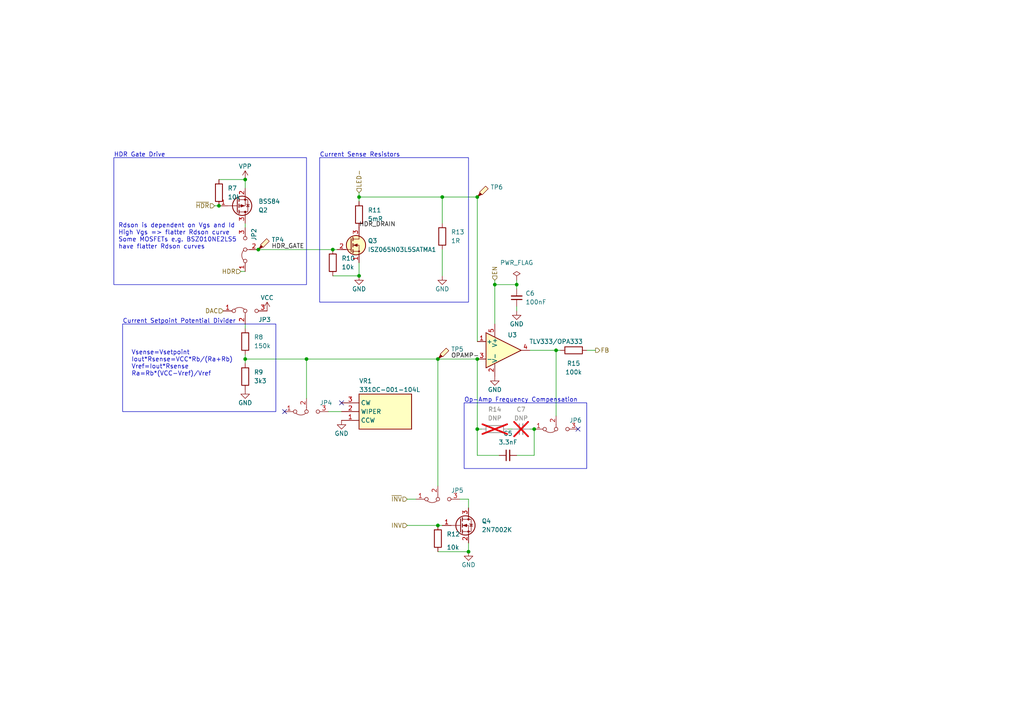
<source format=kicad_sch>
(kicad_sch (version 20231120) (generator "eeschema") (generator_version "8.0")
  (paper "A4")
  (title_block (title "Boost Driver Dev. Board") (rev "A") (company "Engineer Bo (https://www.youtube.com/@engineerbo)"))
  (lib_symbols
    (symbol "3310C-001-104L:3310C-001-104L"
      (property "Reference" "VR" (at 21.59 7.62 0))
      (property "Value" "3310C-001-104L" (at 21.59 5.08 0))
      (symbol "3310C-001-104L_1_1"
        (rectangle (start 5.08 2.54) (end 20.32 -7.62) (stroke (width 0.254)) (fill (type background)))
        (pin passive line (at 0 -5.08 0) (length 5.08) (name "CCW") (number "1"))
        (pin passive line (at 0 -2.54 0) (length 5.08) (name "WIPER") (number "2"))
        (pin passive line (at 0 0 0) (length 5.08) (name "CW") (number "3"))
      )
    )
    (symbol "Amplifier_Operational:OPA333xxDCK" (pin_names (offset 0.127))
      (property "Reference" "U" (at 0 5.08 0))
      (property "Value" "OPA333xxDCK" (at 0 -5.08 0))
      (symbol "OPA333xxDCK_0_1"
        (polyline (pts (xy -5.08 5.08) (xy 5.08 0) (xy -5.08 -5.08) (xy -5.08 5.08)) (stroke (width 0.254)) (fill (type background)))
        (pin power_in line (at -2.54 -7.62 90) (length 3.81) (name "V-") (number "2"))
        (pin power_in line (at -2.54 7.62 270) (length 3.81) (name "V+") (number "5"))
      )
      (symbol "OPA333xxDCK_1_1"
        (pin input line (at -7.62 2.54 0) (length 2.54) (name "+") (number "1"))
        (pin input line (at -7.62 -2.54 0) (length 2.54) (name "-") (number "3"))
        (pin output line (at 7.62 0 180) (length 2.54) (name "~") (number "4"))
      )
    )
    (symbol "Connector:TestPoint_Probe" (pin_numbers hide) (pin_names (offset 0.762) hide)
      (property "Reference" "TP" (at 1.651 5.842 0))
      (property "Value" "TestPoint_Probe" (at 1.651 4.064 0))
      (symbol "TestPoint_Probe_0_1"
        (polyline (pts (xy 1.27 0.762) (xy 0 0) (xy 0.762 1.27) (xy 1.27 0.762)) (fill (type outline)))
        (polyline (pts (xy 1.397 0.635) (xy 0.635 1.397) (xy 2.413 3.175) (xy 3.175 2.413) (xy 1.397 0.635)) (fill (type background)))
      )
      (symbol "TestPoint_Probe_1_1"
        (pin passive line (at 0 0 90) (length 0) (name "1") (number "1"))
      )
    )
    (symbol "Device:C_Small" (pin_numbers hide) (pin_names (offset 0.254) hide)
      (property "Reference" "C" (at 0.254 1.778 0))
      (property "Value" "C_Small" (at 0.254 -2.032 0))
      (symbol "C_Small_0_1"
        (polyline (pts (xy -1.524 -0.508) (xy 1.524 -0.508)) (stroke (width 0.3302)))
        (polyline (pts (xy -1.524 0.508) (xy 1.524 0.508)) (stroke (width 0.3048)))
      )
      (symbol "C_Small_1_1"
        (pin passive line (at 0 2.54 270) (length 2.032) (name "~") (number "1"))
        (pin passive line (at 0 -2.54 90) (length 2.032) (name "~") (number "2"))
      )
    )
    (symbol "Device:R" (pin_numbers hide) (pin_names (offset 0))
      (property "Reference" "R" (at 2.032 0 90))
      (property "Value" "R" (at 0 0 90))
      (symbol "R_0_1"
        (rectangle (start -1.016 -2.54) (end 1.016 2.54) (stroke (width 0.254)))
      )
      (symbol "R_1_1"
        (pin passive line (at 0 3.81 270) (length 1.27) (name "~") (number "1"))
        (pin passive line (at 0 -3.81 90) (length 1.27) (name "~") (number "2"))
      )
    )
    (symbol "Jumper:Jumper_3_Bridged12" (pin_names (offset 0) hide)
      (property "Reference" "JP" (at -2.54 -2.54 0))
      (property "Value" "Jumper_3_Bridged12" (at 0 2.794 0))
      (symbol "Jumper_3_Bridged12_0_0"
        (circle (center -3.302 0) (radius 0.508))
        (circle (center 0 0) (radius 0.508))
        (circle (center 3.302 0) (radius 0.508))
      )
      (symbol "Jumper_3_Bridged12_0_1"
        (arc (start -0.254 0.508) (mid -1.651 0.9912) (end -3.048 0.508))
        (polyline (pts (xy 0 -1.27) (xy 0 -0.508)))
      )
      (symbol "Jumper_3_Bridged12_1_1"
        (pin passive line (at -6.35 0 0) (length 2.54) (name "A") (number "1"))
        (pin passive line (at 0 -3.81 90) (length 2.54) (name "C") (number "2"))
        (pin passive line (at 6.35 0 180) (length 2.54) (name "B") (number "3"))
      )
    )
    (symbol "Transistor_FET:2N7002K" (pin_names hide)
      (property "Reference" "Q" (at 5.08 1.905 0))
      (property "Value" "2N7002K" (at 5.08 0 0))
      (symbol "2N7002K_0_1"
        (polyline (pts (xy 0.254 0) (xy -2.54 0)))
        (polyline (pts (xy 0.254 1.905) (xy 0.254 -1.905)) (stroke (width 0.254)))
        (polyline (pts (xy 0.762 -1.27) (xy 0.762 -2.286)) (stroke (width 0.254)))
        (polyline (pts (xy 0.762 0.508) (xy 0.762 -0.508)) (stroke (width 0.254)))
        (polyline (pts (xy 0.762 2.286) (xy 0.762 1.27)) (stroke (width 0.254)))
        (polyline (pts (xy 2.54 2.54) (xy 2.54 1.778)))
        (polyline (pts (xy 2.54 -2.54) (xy 2.54 0) (xy 0.762 0)))
        (polyline (pts (xy 0.762 -1.778) (xy 3.302 -1.778) (xy 3.302 1.778) (xy 0.762 1.778)))
        (polyline (pts (xy 1.016 0) (xy 2.032 0.381) (xy 2.032 -0.381) (xy 1.016 0)) (fill (type outline)))
        (polyline (pts (xy 2.794 0.508) (xy 2.921 0.381) (xy 3.683 0.381) (xy 3.81 0.254)))
        (polyline (pts (xy 3.302 0.381) (xy 2.921 -0.254) (xy 3.683 -0.254) (xy 3.302 0.381)))
        (circle (center 1.651 0) (radius 2.794) (stroke (width 0.254)))
        (circle (center 2.54 -1.778) (radius 0.254) (fill (type outline)))
        (circle (center 2.54 1.778) (radius 0.254) (fill (type outline)))
      )
      (symbol "2N7002K_1_1"
        (pin input line (at -5.08 0 0) (length 2.54) (name "G") (number "1"))
        (pin passive line (at 2.54 -5.08 90) (length 2.54) (name "S") (number "2"))
        (pin passive line (at 2.54 5.08 270) (length 2.54) (name "D") (number "3"))
      )
    )
    (symbol "Transistor_FET:BSS84" (pin_names hide)
      (property "Reference" "Q" (at 5.08 1.905 0))
      (property "Value" "BSS84" (at 5.08 0 0))
      (symbol "BSS84_0_1"
        (polyline (pts (xy 0.254 0) (xy -2.54 0)))
        (polyline (pts (xy 0.254 1.905) (xy 0.254 -1.905)) (stroke (width 0.254)))
        (polyline (pts (xy 0.762 -1.27) (xy 0.762 -2.286)) (stroke (width 0.254)))
        (polyline (pts (xy 0.762 0.508) (xy 0.762 -0.508)) (stroke (width 0.254)))
        (polyline (pts (xy 0.762 2.286) (xy 0.762 1.27)) (stroke (width 0.254)))
        (polyline (pts (xy 2.54 2.54) (xy 2.54 1.778)))
        (polyline (pts (xy 2.54 -2.54) (xy 2.54 0) (xy 0.762 0)))
        (polyline (pts (xy 0.762 1.778) (xy 3.302 1.778) (xy 3.302 -1.778) (xy 0.762 -1.778)))
        (polyline (pts (xy 2.286 0) (xy 1.27 0.381) (xy 1.27 -0.381) (xy 2.286 0)) (fill (type outline)))
        (polyline (pts (xy 2.794 -0.508) (xy 2.921 -0.381) (xy 3.683 -0.381) (xy 3.81 -0.254)))
        (polyline (pts (xy 3.302 -0.381) (xy 2.921 0.254) (xy 3.683 0.254) (xy 3.302 -0.381)))
        (circle (center 1.651 0) (radius 2.794) (stroke (width 0.254)))
        (circle (center 2.54 -1.778) (radius 0.254) (fill (type outline)))
        (circle (center 2.54 1.778) (radius 0.254) (fill (type outline)))
      )
      (symbol "BSS84_1_1"
        (pin input line (at -5.08 0 0) (length 2.54) (name "G") (number "1"))
        (pin passive line (at 2.54 -5.08 90) (length 2.54) (name "S") (number "2"))
        (pin passive line (at 2.54 5.08 270) (length 2.54) (name "D") (number "3"))
      )
    )
    (symbol "Transistor_MOSFET_AKL:BSZ014NE2LS5IF" (pin_names hide)
      (property "Reference" "Q" (at 5.08 1.27 0))
      (property "Value" "BSZ014NE2LS5IF" (at 5.08 -1.27 0))
      (symbol "BSZ014NE2LS5IF_0_1"
        (polyline (pts (xy 0.254 -1.27) (xy -2.54 -1.27)))
        (polyline (pts (xy 0.254 1.905) (xy 0.254 -1.905)) (stroke (width 0.254)))
        (polyline (pts (xy 0.762 -1.778) (xy 2.54 -1.778)))
        (polyline (pts (xy 0.762 -1.27) (xy 0.762 -2.286)) (stroke (width 0.254)))
        (polyline (pts (xy 0.762 0.508) (xy 0.762 -0.508)) (stroke (width 0.254)))
        (polyline (pts (xy 0.762 2.286) (xy 0.762 1.27)) (stroke (width 0.254)))
        (polyline (pts (xy 2.54 1.778) (xy 0.762 1.778)))
        (polyline (pts (xy 2.54 2.54) (xy 2.54 1.778)))
        (polyline (pts (xy 2.54 -2.54) (xy 2.54 0) (xy 0.762 0)))
        (polyline (pts (xy 1.016 0) (xy 2.032 0.381) (xy 2.032 -0.381) (xy 1.016 0)) (fill (type outline)))
        (circle (center 1.651 0) (radius 2.794) (stroke (width 0.254)) (fill (type background)))
        (circle (center 2.54 -1.778) (radius 0.1778) (fill (type outline)))
      )
      (symbol "BSZ014NE2LS5IF_1_1"
        (pin passive line (at 2.54 -5.08 90) (length 2.54) (name "S") (number "1"))
        (pin input line (at -3.81 -1.27 0) (length 2.54) (name "G") (number "2"))
        (pin passive line (at 2.54 5.08 270) (length 2.54) (name "D") (number "3"))
      )
    )
    (symbol "power:GND" (power) (pin_names (offset 0))
      (property "Value" "GND" (at 0 -3.81 0))
      (symbol "GND_0_1"
        (polyline (pts (xy 0 0) (xy 0 -1.27) (xy 1.27 -1.27) (xy 0 -2.54) (xy -1.27 -1.27) (xy 0 -1.27)))
      )
      (symbol "GND_1_1"
        (pin power_in line (at 0 0 270) (length 0) hide (name "GND") (number "1"))
      )
    )
    (symbol "power:PWR_FLAG" (power) (pin_numbers hide) (pin_names (offset 0) hide)
      (property "Value" "PWR_FLAG" (at 0 3.81 0))
      (symbol "PWR_FLAG_0_0"
        (pin power_out line (at 0 0 90) (length 0) (name "pwr") (number "1"))
      )
      (symbol "PWR_FLAG_0_1"
        (polyline (pts (xy 0 0) (xy 0 1.27) (xy -1.016 1.905) (xy 0 2.54) (xy 1.016 1.905) (xy 0 1.27)))
      )
    )
    (symbol "power:VCC" (power) (pin_names (offset 0))
      (property "Value" "VCC" (at 0 3.81 0))
      (symbol "VCC_0_1"
        (polyline (pts (xy -0.762 1.27) (xy 0 2.54)))
        (polyline (pts (xy 0 0) (xy 0 2.54)))
        (polyline (pts (xy 0 2.54) (xy 0.762 1.27)))
      )
      (symbol "VCC_1_1"
        (pin power_in line (at 0 0 90) (length 0) hide (name "VCC") (number "1"))
      )
    )
    (symbol "power:VPP" (power) (pin_names (offset 0))
      (property "Value" "VPP" (at 0 3.81 0))
      (symbol "VPP_0_1"
        (polyline (pts (xy -0.762 1.27) (xy 0 2.54)))
        (polyline (pts (xy 0 0) (xy 0 2.54)))
        (polyline (pts (xy 0 2.54) (xy 0.762 1.27)))
      )
      (symbol "VPP_1_1"
        (pin power_in line (at 0 0 90) (length 0) hide (name "VPP") (number "1"))
      )
    )
  )
  (junction (at 63.5 59.69))
  (junction (at 88.9 104.14))
  (junction (at 135.89 160.02))
  (junction (at 143.51 82.55))
  (junction (at 138.43 124.46))
  (junction (at 149.86 82.55))
  (junction (at 96.52 72.39))
  (junction (at 104.14 80.01))
  (junction (at 127 152.4))
  (junction (at 161.29 101.6))
  (junction (at 74.93 72.39))
  (junction (at 138.43 104.14))
  (junction (at 128.27 57.15))
  (junction (at 71.12 104.14))
  (junction (at 138.43 57.15))
  (junction (at 104.14 57.15))
  (junction (at 154.94 124.46))
  (junction (at 71.12 52.07))
  (junction (at 127 104.14))
  (no_connect (at 167.64 124.46))
  (no_connect (at 82.55 119.38))
  (no_connect (at 99.06 116.84))
  (wire (pts (xy 138.43 104.14) (xy 138.43 124.46)))
  (wire (pts (xy 154.94 132.08) (xy 149.86 132.08)))
  (wire (pts (xy 69.85 78.74) (xy 71.12 78.74)))
  (wire (pts (xy 118.11 152.4) (xy 127 152.4)))
  (wire (pts (xy 149.86 83.82) (xy 149.86 82.55)))
  (wire (pts (xy 153.67 124.46) (xy 154.94 124.46)))
  (wire (pts (xy 128.27 57.15) (xy 104.14 57.15)))
  (wire (pts (xy 71.12 104.14) (xy 71.12 105.41)))
  (wire (pts (xy 154.94 124.46) (xy 154.94 132.08)))
  (wire (pts (xy 74.93 72.39) (xy 96.52 72.39)))
  (wire (pts (xy 62.23 59.69) (xy 63.5 59.69)))
  (wire (pts (xy 135.89 157.48) (xy 135.89 160.02)))
  (wire (pts (xy 104.14 80.01) (xy 104.14 76.2)))
  (wire (pts (xy 149.86 90.17) (xy 149.86 88.9)))
  (wire (pts (xy 143.51 81.28) (xy 143.51 82.55)))
  (wire (pts (xy 149.86 82.55) (xy 149.86 81.28)))
  (wire (pts (xy 153.67 101.6) (xy 161.29 101.6)))
  (wire (pts (xy 96.52 80.01) (xy 104.14 80.01)))
  (wire (pts (xy 138.43 132.08) (xy 144.78 132.08)))
  (wire (pts (xy 170.18 101.6) (xy 172.72 101.6)))
  (wire (pts (xy 138.43 124.46) (xy 138.43 132.08)))
  (wire (pts (xy 88.9 104.14) (xy 88.9 115.57)))
  (wire (pts (xy 96.52 72.39) (xy 97.79 72.39)))
  (wire (pts (xy 71.12 104.14) (xy 88.9 104.14)))
  (wire (pts (xy 118.11 144.78) (xy 120.65 144.78)))
  (wire (pts (xy 71.12 52.07) (xy 63.5 52.07)))
  (wire (pts (xy 135.89 144.78) (xy 135.89 147.32)))
  (wire (pts (xy 147.32 124.46) (xy 148.59 124.46)))
  (wire (pts (xy 95.25 119.38) (xy 99.06 119.38)))
  (wire (pts (xy 127 104.14) (xy 127 140.97)))
  (wire (pts (xy 128.27 57.15) (xy 128.27 64.77)))
  (wire (pts (xy 161.29 101.6) (xy 162.56 101.6)))
  (wire (pts (xy 71.12 93.98) (xy 71.12 95.25)))
  (wire (pts (xy 138.43 99.06) (xy 138.43 57.15)))
  (wire (pts (xy 71.12 102.87) (xy 71.12 104.14)))
  (wire (pts (xy 143.51 82.55) (xy 149.86 82.55)))
  (wire (pts (xy 127 152.4) (xy 128.27 152.4)))
  (wire (pts (xy 127 160.02) (xy 135.89 160.02)))
  (wire (pts (xy 128.27 80.01) (xy 128.27 72.39)))
  (wire (pts (xy 71.12 54.61) (xy 71.12 52.07)))
  (wire (pts (xy 133.35 144.78) (xy 135.89 144.78)))
  (wire (pts (xy 104.14 57.15) (xy 104.14 58.42)))
  (wire (pts (xy 127 104.14) (xy 138.43 104.14)))
  (wire (pts (xy 139.7 124.46) (xy 138.43 124.46)))
  (wire (pts (xy 127 104.14) (xy 88.9 104.14)))
  (wire (pts (xy 138.43 57.15) (xy 128.27 57.15)))
  (wire (pts (xy 161.29 101.6) (xy 161.29 120.65)))
  (wire (pts (xy 71.12 66.04) (xy 71.12 64.77)))
  (wire (pts (xy 143.51 82.55) (xy 143.51 93.98)))
  (wire (pts (xy 104.14 55.88) (xy 104.14 57.15)))
  (rectangle (start 33.02 45.72) (end 88.9 82.55))
  (rectangle (start 35.56 93.98) (end 80.01 119.38))
  (rectangle (start 134.62 116.84) (end 170.18 135.89))
  (rectangle (start 92.71 45.72) (end 135.89 87.63))
  (text "Current Setpoint Potential Divider" (at 35.56 93.98 0) (effects (font (size 1.27 1.27)) (justify left bottom)))
  (text "HDR Gate Drive" (at 33.02 45.72 0) (effects (font (size 1.27 1.27)) (justify left bottom)))
  (text "Vsense=Vsetpoint\nIout*Rsense=VCC*Rb/(Ra+Rb)\nVref=Iout*Rsense\nRa=Rb*(VCC-Vref)/Vref" (at 38.1 109.22 0) (effects (font (size 1.27 1.27)) (justify left bottom)))
  (text "Rdson is dependent on Vgs and Id\nHigh Vgs => flatter Rdson curve\nSome MOSFETs e.g. BSZ010NE2LS5 \nhave flatter Rdson curves" (at 34.29 72.39 0) (effects (font (size 1.27 1.27)) (justify left bottom)))
  (text "Op-Amp Frequency Compensation" (at 134.62 116.84 0) (effects (font (size 1.27 1.27)) (justify left bottom)))
  (text "Current Sense Resistors" (at 92.71 45.72 0) (effects (font (size 1.27 1.27)) (justify left bottom)))
  (label "HDR_DRAIN" (at 104.14 66.04 0))
  (label "OPAMP-" (at 130.81 104.14 0))
  (label "HDR_GATE" (at 78.74 72.39 0))
  (hierarchical_label "~{INV}" (shape input) (at 118.11 144.78 180))
  (hierarchical_label "FB" (shape output) (at 172.72 101.6 0))
  (hierarchical_label "LED-" (shape input) (at 104.14 55.88 90))
  (hierarchical_label "~{HDR}" (shape input) (at 62.23 59.69 180))
  (hierarchical_label "INV" (shape input) (at 118.11 152.4 180))
  (hierarchical_label "EN" (shape input) (at 143.51 81.28 90))
  (hierarchical_label "HDR" (shape input) (at 69.85 78.74 180))
  (hierarchical_label "DAC" (shape input) (at 64.77 90.17 180))
  (symbol (lib_id "power:GND") (at 149.86 90.17 0) (unit 1)
    (property "Reference" "#PWR031" (effects (hide yes)))
    (property "Value" "GND" (at 149.86 93.98 0))
  )
  (symbol (lib_id "Device:R") (at 63.5 55.88 0) (unit 1)
    (property "Reference" "R7" (at 66.04 54.61 0) (effects (justify left)))
    (property "Value" "10k" (at 66.04 57.15 0) (effects (justify left)))
    (property "Footprint" "Resistor_SMD:R_0402_1005Metric" (effects (hide yes)))
    (property "Tolerance" "1%" (effects (hide yes)))
  )
  (symbol (lib_id "Device:R") (at 143.51 124.46 90) (unit 1) (dnp yes)
    (property "Reference" "R14" (at 143.51 118.745 90))
    (property "Value" "DNP" (at 143.51 121.285 90))
    (property "Footprint" "Resistor_SMD:R_0402_1005Metric" (effects (hide yes)))
    (property "Tolerance" "1%" (effects (hide yes)))
  )
  (symbol (lib_id "power:GND") (at 128.27 80.01 0) (unit 1)
    (property "Reference" "#PWR028" (effects (hide yes)))
    (property "Value" "GND" (at 128.27 83.82 0))
  )
  (symbol (lib_id "Device:C_Small") (at 147.32 132.08 90) (unit 1)
    (property "Reference" "C5" (at 147.32 125.73 90))
    (property "Value" "3.3nF" (at 147.3263 128.27 90))
    (property "Footprint" "Capacitor_SMD:C_0402_1005Metric" (effects (hide yes)))
    (property "Tolerance" "C0G" (effects (hide yes)))
  )
  (symbol (lib_id "power:GND") (at 71.12 113.03 0) (unit 1)
    (property "Reference" "#PWR024" (effects (hide yes)))
    (property "Value" "GND" (at 71.12 116.84 0))
  )
  (symbol (lib_id "power:PWR_FLAG") (at 149.86 81.28 0) (unit 1)
    (property "Reference" "#FLG03" (effects (hide yes)))
    (property "Value" "PWR_FLAG" (at 149.86 76.2 0))
  )
  (symbol (lib_id "Jumper:Jumper_3_Bridged12") (at 71.12 90.17 0) (unit 1)
    (property "Reference" "JP3" (at 74.93 92.71 0) (effects (justify left)))
    (property "Value" "Jumper_3_Bridged12" (effects (hide yes)))
    (property "Footprint" "Connector_PinHeader_2.54mm:PinHeader_1x03_P2.54mm_Vertical" (effects (hide yes)))
  )
  (symbol (lib_id "Jumper:Jumper_3_Bridged12") (at 161.29 124.46 0) (mirror x) (unit 1)
    (property "Reference" "JP6" (at 165.1 121.92 0) (effects (justify left)))
    (property "Value" "Jumper_3_Bridged12" (effects (hide yes)))
    (property "Footprint" "Connector_PinHeader_2.54mm:PinHeader_1x03_P2.54mm_Vertical" (effects (hide yes)))
  )
  (symbol (lib_id "Device:R") (at 71.12 99.06 0) (unit 1)
    (property "Reference" "R8" (at 73.66 97.7899 0) (effects (justify left)))
    (property "Value" "150k" (at 73.66 100.3299 0) (effects (justify left)))
    (property "Footprint" "Resistor_SMD:R_0402_1005Metric" (effects (hide yes)))
    (property "Tolerance" "1%" (effects (hide yes)))
  )
  (symbol (lib_id "power:VCC") (at 77.47 90.17 0) (unit 1)
    (property "Reference" "#PWR025" (effects (hide yes)))
    (property "Value" "VCC" (at 77.47 86.36 0))
  )
  (symbol (lib_id "power:GND") (at 99.06 121.92 0) (unit 1)
    (property "Reference" "#PWR026" (effects (hide yes)))
    (property "Value" "GND" (at 99.06 125.73 0))
  )
  (symbol (lib_id "Device:R") (at 166.37 101.6 90) (unit 1)
    (property "Reference" "R15" (at 166.37 105.41 90))
    (property "Value" "100k" (at 166.37 107.95 90))
    (property "Footprint" "Resistor_SMD:R_0402_1005Metric" (effects (hide yes)))
    (property "Tolerance" "1%" (effects (hide yes)))
  )
  (symbol (lib_id "power:GND") (at 143.51 109.22 0) (unit 1)
    (property "Reference" "#PWR030" (effects (hide yes)))
    (property "Value" "GND" (at 143.51 113.03 0))
  )
  (symbol (lib_id "Device:C_Small") (at 149.86 86.36 180) (unit 1)
    (property "Reference" "C6" (at 152.4 85.0836 0) (effects (justify right)))
    (property "Value" "100nF" (at 152.4 87.6236 0) (effects (justify right)))
    (property "Footprint" "Capacitor_SMD:C_0402_1005Metric" (effects (hide yes)))
  )
  (symbol (lib_id "Jumper:Jumper_3_Bridged12") (at 127 144.78 0) (mirror x) (unit 1)
    (property "Reference" "JP5" (at 130.81 142.24 0) (effects (justify left)))
    (property "Value" "Jumper_3_Bridged12" (effects (hide yes)))
    (property "Footprint" "Connector_PinHeader_2.54mm:PinHeader_1x03_P2.54mm_Vertical" (effects (hide yes)))
  )
  (symbol (lib_id "power:GND") (at 135.89 160.02 0) (unit 1)
    (property "Reference" "#PWR029" (effects (hide yes)))
    (property "Value" "GND" (at 135.89 163.83 0))
  )
  (symbol (lib_id "Connector:TestPoint_Probe") (at 127 104.14 0) (unit 1)
    (property "Reference" "TP5" (at 130.81 101.2825 0) (effects (justify left)))
    (property "Value" "TestPoint_Probe" (effects (hide yes)))
    (property "Footprint" "TestPoint:TestPoint_Keystone_5000-5004_Miniature" (effects (hide yes)))
    (property "Manufacturer" "ronghe" (effects (hide yes)))
    (property "PartNumber" "RH-5000" (effects (hide yes)))
  )
  (symbol (lib_id "power:GND") (at 104.14 80.01 0) (unit 1)
    (property "Reference" "#PWR027" (effects (hide yes)))
    (property "Value" "GND" (at 104.14 83.82 0))
  )
  (symbol (lib_id "Device:R") (at 104.14 62.23 180) (unit 1)
    (property "Reference" "R11" (at 106.68 60.96 0) (effects (justify right)))
    (property "Value" "5mR" (at 106.68 63.5 0) (effects (justify right)))
    (property "Footprint" "Resistor_SMD:R_0805_2012Metric" (effects (hide yes)))
    (property "Tolerance" "1%" (effects (hide yes)))
  )
  (symbol (lib_id "Transistor_FET:2N7002K") (at 133.35 152.4 0) (unit 1)
    (property "Reference" "Q4" (at 139.7 151.13 0) (effects (justify left)))
    (property "Value" "2N7002K" (at 139.7 153.67 0) (effects (justify left)))
    (property "Footprint" "Package_TO_SOT_SMD:SOT-23" (effects (hide yes)))
    (property "Datasheet" "https://www.diodes.com/assets/Datasheets/ds30896.pdf" (effects (hide yes)))
  )
  (symbol (lib_id "Connector:TestPoint_Probe") (at 74.93 72.39 0) (unit 1)
    (property "Reference" "TP4" (at 78.74 69.5325 0) (effects (justify left)))
    (property "Value" "TestPoint_Probe" (effects (hide yes)))
    (property "Footprint" "TestPoint:TestPoint_Keystone_5000-5004_Miniature" (effects (hide yes)))
    (property "Manufacturer" "ronghe" (effects (hide yes)))
    (property "PartNumber" "RH-5000" (effects (hide yes)))
  )
  (symbol (lib_id "Device:R") (at 71.12 109.22 0) (unit 1)
    (property "Reference" "R9" (at 73.66 107.9499 0) (effects (justify left)))
    (property "Value" "3k3" (at 73.66 110.4899 0) (effects (justify left)))
    (property "Footprint" "Resistor_SMD:R_0402_1005Metric" (effects (hide yes)))
    (property "Tolerance" "1%" (effects (hide yes)))
  )
  (symbol (lib_id "3310C-001-104L:3310C-001-104L") (at 99.06 116.84 0) (unit 1)
    (property "Reference" "VR1" (at 104.14 110.49 0) (effects (justify left)))
    (property "Value" "3310C-001-104L" (at 104.14 113.03 0) (effects (justify left)))
    (property "Footprint" "footprints:3310C001503L" (effects (hide yes)))
    (property "Datasheet" "https://www.bourns.com/docs/Product-Datasheets/3310.pdf" (effects (hide yes)))
    (property "Height" "9.78" (effects (hide yes)))
    (property "Mouser Part Number" "652-3310C-001-104L" (effects (hide yes)))
    (property "Mouser Price/Stock" "https://www.mouser.co.uk/ProductDetail/Bourns/3310C-001-104L?qs=eMs2xm4pPCJrHyOtMityzg%3D%3D" (effects (hide yes)))
    (property "Manufacturer_Name" "Bourns" (effects (hide yes)))
    (property "Manufacturer_Part_Number" "3310C-001-104L" (effects (hide yes)))
    (property "Manufacturer" "Bourns" (effects (hide yes)))
    (property "PartNumber" "3310C-001-104L" (effects (hide yes)))
  )
  (symbol (lib_id "Connector:TestPoint_Probe") (at 138.43 57.15 0) (unit 1)
    (property "Reference" "TP6" (at 142.24 54.2925 0) (effects (justify left)))
    (property "Value" "TestPoint_Probe" (effects (hide yes)))
    (property "Footprint" "TestPoint:TestPoint_Keystone_5000-5004_Miniature" (effects (hide yes)))
    (property "Manufacturer" "ronghe" (effects (hide yes)))
    (property "PartNumber" "RH-5000" (effects (hide yes)))
  )
  (symbol (lib_id "Device:R") (at 96.52 76.2 0) (unit 1)
    (property "Reference" "R10" (at 99.06 74.93 0) (effects (justify left)))
    (property "Value" "10k" (at 99.06 77.47 0) (effects (justify left)))
    (property "Footprint" "Resistor_SMD:R_0402_1005Metric" (effects (hide yes)))
    (property "Tolerance" "1%" (effects (hide yes)))
  )
  (symbol (lib_id "Transistor_MOSFET_AKL:BSZ014NE2LS5IF") (at 101.6 71.12 0) (unit 1)
    (property "Reference" "Q3" (at 106.68 69.85 0) (effects (justify left)))
    (property "Value" "ISZ065N03L5SATMA1" (at 106.68 72.39 0) (effects (justify left)))
    (property "Footprint" "Package_SON_AKL:Infineon_PG_TSDSON-8_FL" (effects (hide yes)))
    (property "Manufacturer" "Infineon" (effects (hide yes)))
    (property "PartNumber" "ISZ065N03L5SATMA1" (effects (hide yes)))
  )
  (symbol (lib_id "Transistor_FET:BSS84") (at 68.58 59.69 0) (mirror x) (unit 1)
    (property "Reference" "Q2" (at 74.93 60.96 0) (effects (justify left)))
    (property "Value" "BSS84" (at 74.93 58.42 0) (effects (justify left)))
    (property "Footprint" "Package_TO_SOT_SMD:SOT-23" (effects (hide yes)))
    (property "Datasheet" "http://assets.nexperia.com/documents/data-sheet/BSS84.pdf" (effects (hide yes)))
  )
  (symbol (lib_id "Device:R") (at 128.27 68.58 180) (unit 1)
    (property "Reference" "R13" (at 130.81 67.31 0) (effects (justify right)))
    (property "Value" "1R" (at 130.81 69.85 0) (effects (justify right)))
    (property "Footprint" "Resistor_SMD:R_0805_2012Metric" (effects (hide yes)))
    (property "Tolerance" "1%" (effects (hide yes)))
  )
  (symbol (lib_id "Jumper:Jumper_3_Bridged12") (at 88.9 119.38 0) (mirror x) (unit 1)
    (property "Reference" "JP4" (at 92.71 116.84 0) (effects (justify left)))
    (property "Value" "Jumper_3_Bridged12" (effects (hide yes)))
    (property "Footprint" "Connector_PinHeader_2.54mm:PinHeader_1x03_P2.54mm_Vertical" (effects (hide yes)))
  )
  (symbol (lib_id "power:VPP") (at 71.12 52.07 0) (unit 1)
    (property "Reference" "#PWR023" (effects (hide yes)))
    (property "Value" "VPP" (at 71.12 48.26 0))
  )
  (symbol (lib_id "Amplifier_Operational:OPA333xxDCK") (at 146.05 101.6 0) (unit 1)
    (property "Reference" "U3" (at 148.59 97.155 0))
    (property "Value" "TLV333/OPA333" (at 161.29 99.06 0))
    (property "Footprint" "Package_TO_SOT_SMD:SOT-353_SC-70-5" (effects (hide yes)))
    (property "Datasheet" "http://www.ti.com/lit/ds/symlink/opa333.pdf" (effects (hide yes)))
    (property "Manufacturer" "Texas Instruments" (effects (hide yes)))
    (property "PartNumber" "TLV333IDCKR" (effects (hide yes)))
  )
  (symbol (lib_id "Jumper:Jumper_3_Bridged12") (at 71.12 72.39 90) (unit 1)
    (property "Reference" "JP2" (at 73.66 69.85 0) (effects (justify left)))
    (property "Value" "Jumper_3_Bridged12" (effects (hide yes)))
    (property "Footprint" "Connector_PinHeader_2.54mm:PinHeader_1x03_P2.54mm_Vertical" (effects (hide yes)))
  )
  (symbol (lib_id "Device:R") (at 127 156.21 0) (unit 1)
    (property "Reference" "R12" (at 129.54 154.94 0) (effects (justify left)))
    (property "Value" "10k" (at 129.54 158.75 0) (effects (justify left)))
    (property "Footprint" "Resistor_SMD:R_0402_1005Metric" (effects (hide yes)))
    (property "Tolerance" "1%" (effects (hide yes)))
  )
  (symbol (lib_id "Device:C_Small") (at 151.13 124.46 90) (unit 1) (dnp yes)
    (property "Reference" "C7" (at 151.13 118.745 90))
    (property "Value" "DNP" (at 151.13 121.285 90))
    (property "Footprint" "Capacitor_SMD:C_0402_1005Metric" (effects (hide yes)))
    (property "Tolerance" "C0G" (effects (hide yes)))
  )
)
</source>
